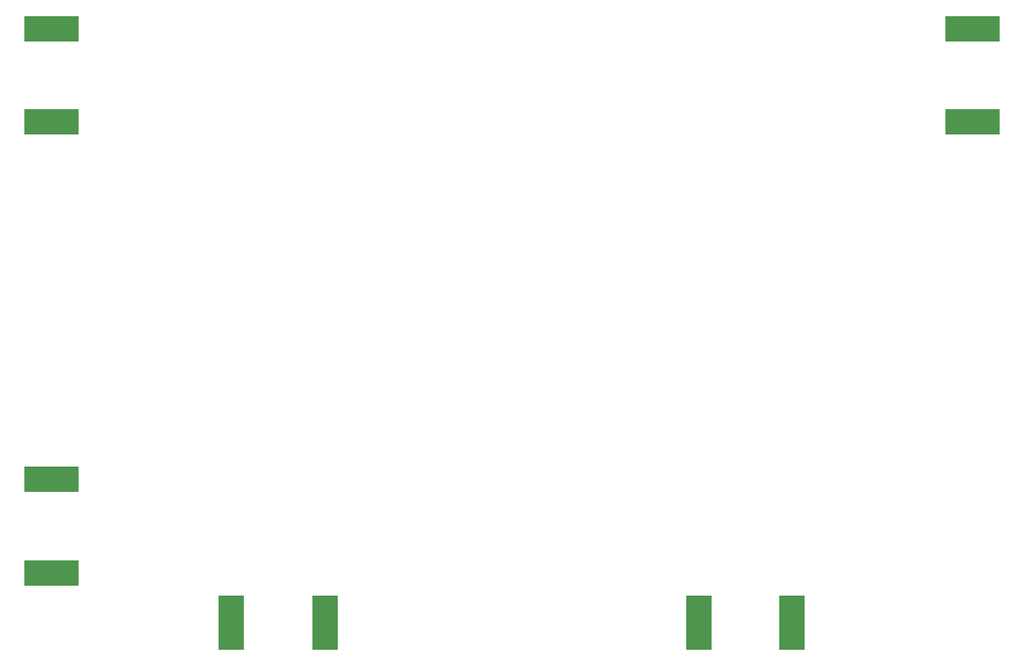
<source format=gbr>
%TF.GenerationSoftware,KiCad,Pcbnew,(5.1.6-0-10_14)*%
%TF.CreationDate,2021-11-24T09:42:12-06:00*%
%TF.ProjectId,EE514 Board (JLC),45453531-3420-4426-9f61-726420284a4c,rev?*%
%TF.SameCoordinates,Original*%
%TF.FileFunction,Paste,Bot*%
%TF.FilePolarity,Positive*%
%FSLAX46Y46*%
G04 Gerber Fmt 4.6, Leading zero omitted, Abs format (unit mm)*
G04 Created by KiCad (PCBNEW (5.1.6-0-10_14)) date 2021-11-24 09:42:12*
%MOMM*%
%LPD*%
G01*
G04 APERTURE LIST*
%ADD10R,5.080000X2.420000*%
%ADD11R,2.420000X5.080000*%
G04 APERTURE END LIST*
D10*
%TO.C,J102*%
X109543000Y-84136000D03*
X109543000Y-75376000D03*
%TD*%
D11*
%TO.C,J106*%
X170245000Y-131133000D03*
X179005000Y-131133000D03*
%TD*%
%TO.C,J105*%
X135190000Y-131133000D03*
X126430000Y-131133000D03*
%TD*%
D10*
%TO.C,J104*%
X195903000Y-75376000D03*
X195903000Y-84136000D03*
%TD*%
%TO.C,J103*%
X109543000Y-117667000D03*
X109543000Y-126427000D03*
%TD*%
M02*

</source>
